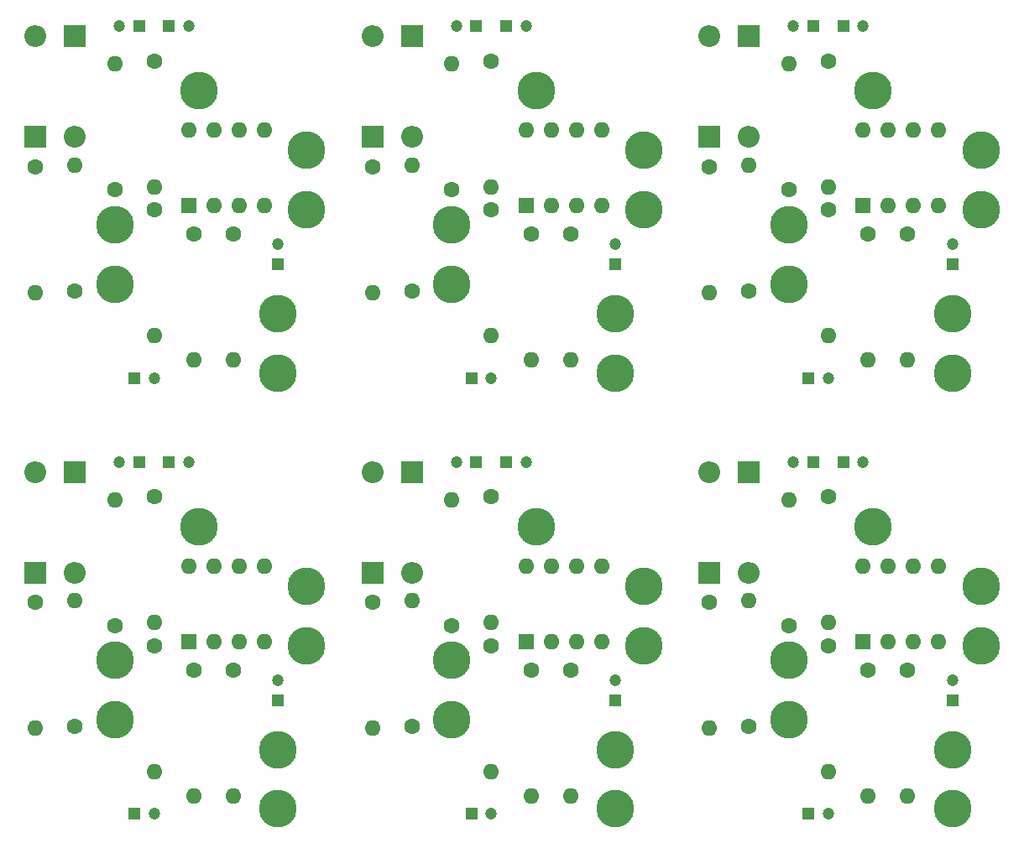
<source format=gbr>
%TF.GenerationSoftware,KiCad,Pcbnew,8.0.1*%
%TF.CreationDate,2024-05-08T16:13:39-04:00*%
%TF.ProjectId,whistle-synth,77686973-746c-4652-9d73-796e74682e6b,rev?*%
%TF.SameCoordinates,Original*%
%TF.FileFunction,Copper,L2,Bot*%
%TF.FilePolarity,Positive*%
%FSLAX46Y46*%
G04 Gerber Fmt 4.6, Leading zero omitted, Abs format (unit mm)*
G04 Created by KiCad (PCBNEW 8.0.1) date 2024-05-08 16:13:39*
%MOMM*%
%LPD*%
G01*
G04 APERTURE LIST*
%TA.AperFunction,ConnectorPad*%
%ADD10C,3.800000*%
%TD*%
%TA.AperFunction,ComponentPad*%
%ADD11C,2.600000*%
%TD*%
%TA.AperFunction,ComponentPad*%
%ADD12C,1.200000*%
%TD*%
%TA.AperFunction,ComponentPad*%
%ADD13R,1.200000X1.200000*%
%TD*%
%TA.AperFunction,ComponentPad*%
%ADD14O,1.600000X1.600000*%
%TD*%
%TA.AperFunction,ComponentPad*%
%ADD15C,1.600000*%
%TD*%
%TA.AperFunction,ComponentPad*%
%ADD16O,2.200000X2.200000*%
%TD*%
%TA.AperFunction,ComponentPad*%
%ADD17R,2.200000X2.200000*%
%TD*%
%TA.AperFunction,ComponentPad*%
%ADD18R,1.600000X1.600000*%
%TD*%
G04 APERTURE END LIST*
D10*
%TO.P,H4,1,1*%
%TO.N,Net-(H4-Pad1)*%
X228000000Y-68500000D03*
D11*
X228000000Y-68500000D03*
%TD*%
D12*
%TO.P,C2,2*%
%TO.N,Net-(C2-Pad2)*%
X244500000Y-70500000D03*
D13*
%TO.P,C2,1*%
%TO.N,Net-(C2-Pad1)*%
X244500000Y-72500000D03*
%TD*%
D10*
%TO.P,H2,1,1*%
%TO.N,Net-(C2-Pad1)*%
X244500000Y-77500000D03*
D11*
X244500000Y-77500000D03*
%TD*%
D14*
%TO.P,R3,2*%
%TO.N,Net-(U1A--)*%
X232000000Y-79700000D03*
D15*
%TO.P,R3,1*%
%TO.N,Net-(R3-Pad1)*%
X232000000Y-67000000D03*
%TD*%
D16*
%TO.P,D1,2,A*%
%TO.N,Net-(D1-A)*%
X224000000Y-59660000D03*
D17*
%TO.P,D1,1,K*%
%TO.N,Net-(D1-K)*%
X224000000Y-49500000D03*
%TD*%
D12*
%TO.P,C3,2*%
%TO.N,Net-(D1-A)*%
X235500000Y-48500000D03*
D13*
%TO.P,C3,1*%
%TO.N,Net-(D1-K)*%
X233500000Y-48500000D03*
%TD*%
D16*
%TO.P,D2,2,A*%
%TO.N,Net-(D1-K)*%
X220000000Y-49500000D03*
D17*
%TO.P,D2,1,K*%
%TO.N,Net-(D2-K)*%
X220000000Y-59660000D03*
%TD*%
D14*
%TO.P,R1,2*%
%TO.N,Net-(C1-Pad2)*%
X236000000Y-82200000D03*
D15*
%TO.P,R1,1*%
%TO.N,Net-(U1A--)*%
X236000000Y-69500000D03*
%TD*%
D10*
%TO.P,H1,1,1*%
%TO.N,Net-(C1-Pad1)*%
X244500000Y-83500000D03*
D11*
X244500000Y-83500000D03*
%TD*%
D12*
%TO.P,C4,2*%
%TO.N,Net-(C4-Pad2)*%
X228472600Y-48500000D03*
D13*
%TO.P,C4,1*%
%TO.N,Net-(D1-K)*%
X230472600Y-48500000D03*
%TD*%
D10*
%TO.P,H3,1,1*%
%TO.N,Net-(D1-A)*%
X247380000Y-67000000D03*
D11*
X247380000Y-67000000D03*
%TD*%
D10*
%TO.P,H5,1,1*%
%TO.N,Net-(D1-A)*%
X247380000Y-61000000D03*
D11*
X247380000Y-61000000D03*
%TD*%
D14*
%TO.P,R2,2*%
%TO.N,Net-(C2-Pad2)*%
X240000000Y-82200000D03*
D15*
%TO.P,R2,1*%
%TO.N,Net-(U1A-+)*%
X240000000Y-69500000D03*
%TD*%
D10*
%TO.P,H7,1,1*%
%TO.N,Net-(D2-K)*%
X228000000Y-74500000D03*
D11*
X228000000Y-74500000D03*
%TD*%
D14*
%TO.P,U1,8,V+*%
%TO.N,Net-(U1C-V+)*%
X235500000Y-59000000D03*
%TO.P,U1,7*%
%TO.N,unconnected-(U1-Pad7)*%
X238040000Y-59000000D03*
%TO.P,U1,6,-*%
%TO.N,unconnected-(U1B---Pad6)*%
X240580000Y-59000000D03*
%TO.P,U1,5,+*%
%TO.N,unconnected-(U1B-+-Pad5)*%
X243120000Y-59000000D03*
%TO.P,U1,4,V-*%
%TO.N,Net-(D1-A)*%
X243120000Y-66620000D03*
%TO.P,U1,3,+*%
%TO.N,Net-(U1A-+)*%
X240580000Y-66620000D03*
%TO.P,U1,2,-*%
%TO.N,Net-(U1A--)*%
X238040000Y-66620000D03*
D18*
%TO.P,U1,1*%
%TO.N,Net-(R3-Pad1)*%
X235500000Y-66620000D03*
%TD*%
D10*
%TO.P,H6,1,1*%
%TO.N,Net-(U1C-V+)*%
X236500000Y-55000000D03*
D11*
X236500000Y-55000000D03*
%TD*%
D14*
%TO.P,R5,2*%
%TO.N,Net-(D1-A)*%
X224000000Y-62500000D03*
D15*
%TO.P,R5,1*%
%TO.N,Net-(U1A-+)*%
X224000000Y-75200000D03*
%TD*%
D14*
%TO.P,R4,2*%
%TO.N,Net-(R3-Pad1)*%
X232000000Y-64700000D03*
D15*
%TO.P,R4,1*%
%TO.N,Net-(D1-K)*%
X232000000Y-52000000D03*
%TD*%
D14*
%TO.P,R7,2*%
%TO.N,Net-(C4-Pad2)*%
X228000000Y-52300000D03*
D15*
%TO.P,R7,1*%
%TO.N,Net-(H4-Pad1)*%
X228000000Y-65000000D03*
%TD*%
D12*
%TO.P,C1,2*%
%TO.N,Net-(C1-Pad2)*%
X232000000Y-84000000D03*
D13*
%TO.P,C1,1*%
%TO.N,Net-(C1-Pad1)*%
X230000000Y-84000000D03*
%TD*%
D14*
%TO.P,R6,2*%
%TO.N,Net-(U1A-+)*%
X220000000Y-75350000D03*
D15*
%TO.P,R6,1*%
%TO.N,Net-(D2-K)*%
X220000000Y-62650000D03*
%TD*%
D11*
%TO.P,H4,1,1*%
%TO.N,Net-(H4-Pad1)*%
X194000000Y-68500000D03*
D10*
X194000000Y-68500000D03*
%TD*%
D13*
%TO.P,C2,1*%
%TO.N,Net-(C2-Pad1)*%
X210500000Y-72500000D03*
D12*
%TO.P,C2,2*%
%TO.N,Net-(C2-Pad2)*%
X210500000Y-70500000D03*
%TD*%
D11*
%TO.P,H2,1,1*%
%TO.N,Net-(C2-Pad1)*%
X210500000Y-77500000D03*
D10*
X210500000Y-77500000D03*
%TD*%
D15*
%TO.P,R3,1*%
%TO.N,Net-(R3-Pad1)*%
X198000000Y-67000000D03*
D14*
%TO.P,R3,2*%
%TO.N,Net-(U1A--)*%
X198000000Y-79700000D03*
%TD*%
D17*
%TO.P,D1,1,K*%
%TO.N,Net-(D1-K)*%
X190000000Y-49500000D03*
D16*
%TO.P,D1,2,A*%
%TO.N,Net-(D1-A)*%
X190000000Y-59660000D03*
%TD*%
D13*
%TO.P,C3,1*%
%TO.N,Net-(D1-K)*%
X199500000Y-48500000D03*
D12*
%TO.P,C3,2*%
%TO.N,Net-(D1-A)*%
X201500000Y-48500000D03*
%TD*%
D17*
%TO.P,D2,1,K*%
%TO.N,Net-(D2-K)*%
X186000000Y-59660000D03*
D16*
%TO.P,D2,2,A*%
%TO.N,Net-(D1-K)*%
X186000000Y-49500000D03*
%TD*%
D15*
%TO.P,R1,1*%
%TO.N,Net-(U1A--)*%
X202000000Y-69500000D03*
D14*
%TO.P,R1,2*%
%TO.N,Net-(C1-Pad2)*%
X202000000Y-82200000D03*
%TD*%
D11*
%TO.P,H1,1,1*%
%TO.N,Net-(C1-Pad1)*%
X210500000Y-83500000D03*
D10*
X210500000Y-83500000D03*
%TD*%
D13*
%TO.P,C4,1*%
%TO.N,Net-(D1-K)*%
X196472600Y-48500000D03*
D12*
%TO.P,C4,2*%
%TO.N,Net-(C4-Pad2)*%
X194472600Y-48500000D03*
%TD*%
D11*
%TO.P,H3,1,1*%
%TO.N,Net-(D1-A)*%
X213380000Y-67000000D03*
D10*
X213380000Y-67000000D03*
%TD*%
D11*
%TO.P,H5,1,1*%
%TO.N,Net-(D1-A)*%
X213380000Y-61000000D03*
D10*
X213380000Y-61000000D03*
%TD*%
D15*
%TO.P,R2,1*%
%TO.N,Net-(U1A-+)*%
X206000000Y-69500000D03*
D14*
%TO.P,R2,2*%
%TO.N,Net-(C2-Pad2)*%
X206000000Y-82200000D03*
%TD*%
D11*
%TO.P,H7,1,1*%
%TO.N,Net-(D2-K)*%
X194000000Y-74500000D03*
D10*
X194000000Y-74500000D03*
%TD*%
D18*
%TO.P,U1,1*%
%TO.N,Net-(R3-Pad1)*%
X201500000Y-66620000D03*
D14*
%TO.P,U1,2,-*%
%TO.N,Net-(U1A--)*%
X204040000Y-66620000D03*
%TO.P,U1,3,+*%
%TO.N,Net-(U1A-+)*%
X206580000Y-66620000D03*
%TO.P,U1,4,V-*%
%TO.N,Net-(D1-A)*%
X209120000Y-66620000D03*
%TO.P,U1,5,+*%
%TO.N,unconnected-(U1B-+-Pad5)*%
X209120000Y-59000000D03*
%TO.P,U1,6,-*%
%TO.N,unconnected-(U1B---Pad6)*%
X206580000Y-59000000D03*
%TO.P,U1,7*%
%TO.N,unconnected-(U1-Pad7)*%
X204040000Y-59000000D03*
%TO.P,U1,8,V+*%
%TO.N,Net-(U1C-V+)*%
X201500000Y-59000000D03*
%TD*%
D11*
%TO.P,H6,1,1*%
%TO.N,Net-(U1C-V+)*%
X202500000Y-55000000D03*
D10*
X202500000Y-55000000D03*
%TD*%
D15*
%TO.P,R5,1*%
%TO.N,Net-(U1A-+)*%
X190000000Y-75200000D03*
D14*
%TO.P,R5,2*%
%TO.N,Net-(D1-A)*%
X190000000Y-62500000D03*
%TD*%
D15*
%TO.P,R4,1*%
%TO.N,Net-(D1-K)*%
X198000000Y-52000000D03*
D14*
%TO.P,R4,2*%
%TO.N,Net-(R3-Pad1)*%
X198000000Y-64700000D03*
%TD*%
D15*
%TO.P,R7,1*%
%TO.N,Net-(H4-Pad1)*%
X194000000Y-65000000D03*
D14*
%TO.P,R7,2*%
%TO.N,Net-(C4-Pad2)*%
X194000000Y-52300000D03*
%TD*%
D13*
%TO.P,C1,1*%
%TO.N,Net-(C1-Pad1)*%
X196000000Y-84000000D03*
D12*
%TO.P,C1,2*%
%TO.N,Net-(C1-Pad2)*%
X198000000Y-84000000D03*
%TD*%
D15*
%TO.P,R6,1*%
%TO.N,Net-(D2-K)*%
X186000000Y-62650000D03*
D14*
%TO.P,R6,2*%
%TO.N,Net-(U1A-+)*%
X186000000Y-75350000D03*
%TD*%
D11*
%TO.P,H4,1,1*%
%TO.N,Net-(H4-Pad1)*%
X160000000Y-68500000D03*
D10*
X160000000Y-68500000D03*
%TD*%
D13*
%TO.P,C2,1*%
%TO.N,Net-(C2-Pad1)*%
X176500000Y-72500000D03*
D12*
%TO.P,C2,2*%
%TO.N,Net-(C2-Pad2)*%
X176500000Y-70500000D03*
%TD*%
D11*
%TO.P,H2,1,1*%
%TO.N,Net-(C2-Pad1)*%
X176500000Y-77500000D03*
D10*
X176500000Y-77500000D03*
%TD*%
D15*
%TO.P,R3,1*%
%TO.N,Net-(R3-Pad1)*%
X164000000Y-67000000D03*
D14*
%TO.P,R3,2*%
%TO.N,Net-(U1A--)*%
X164000000Y-79700000D03*
%TD*%
D17*
%TO.P,D1,1,K*%
%TO.N,Net-(D1-K)*%
X156000000Y-49500000D03*
D16*
%TO.P,D1,2,A*%
%TO.N,Net-(D1-A)*%
X156000000Y-59660000D03*
%TD*%
D13*
%TO.P,C3,1*%
%TO.N,Net-(D1-K)*%
X165500000Y-48500000D03*
D12*
%TO.P,C3,2*%
%TO.N,Net-(D1-A)*%
X167500000Y-48500000D03*
%TD*%
D17*
%TO.P,D2,1,K*%
%TO.N,Net-(D2-K)*%
X152000000Y-59660000D03*
D16*
%TO.P,D2,2,A*%
%TO.N,Net-(D1-K)*%
X152000000Y-49500000D03*
%TD*%
D15*
%TO.P,R1,1*%
%TO.N,Net-(U1A--)*%
X168000000Y-69500000D03*
D14*
%TO.P,R1,2*%
%TO.N,Net-(C1-Pad2)*%
X168000000Y-82200000D03*
%TD*%
D11*
%TO.P,H1,1,1*%
%TO.N,Net-(C1-Pad1)*%
X176500000Y-83500000D03*
D10*
X176500000Y-83500000D03*
%TD*%
D13*
%TO.P,C4,1*%
%TO.N,Net-(D1-K)*%
X162472600Y-48500000D03*
D12*
%TO.P,C4,2*%
%TO.N,Net-(C4-Pad2)*%
X160472600Y-48500000D03*
%TD*%
D11*
%TO.P,H3,1,1*%
%TO.N,Net-(D1-A)*%
X179380000Y-67000000D03*
D10*
X179380000Y-67000000D03*
%TD*%
D11*
%TO.P,H5,1,1*%
%TO.N,Net-(D1-A)*%
X179380000Y-61000000D03*
D10*
X179380000Y-61000000D03*
%TD*%
D15*
%TO.P,R2,1*%
%TO.N,Net-(U1A-+)*%
X172000000Y-69500000D03*
D14*
%TO.P,R2,2*%
%TO.N,Net-(C2-Pad2)*%
X172000000Y-82200000D03*
%TD*%
D11*
%TO.P,H7,1,1*%
%TO.N,Net-(D2-K)*%
X160000000Y-74500000D03*
D10*
X160000000Y-74500000D03*
%TD*%
D18*
%TO.P,U1,1*%
%TO.N,Net-(R3-Pad1)*%
X167500000Y-66620000D03*
D14*
%TO.P,U1,2,-*%
%TO.N,Net-(U1A--)*%
X170040000Y-66620000D03*
%TO.P,U1,3,+*%
%TO.N,Net-(U1A-+)*%
X172580000Y-66620000D03*
%TO.P,U1,4,V-*%
%TO.N,Net-(D1-A)*%
X175120000Y-66620000D03*
%TO.P,U1,5,+*%
%TO.N,unconnected-(U1B-+-Pad5)*%
X175120000Y-59000000D03*
%TO.P,U1,6,-*%
%TO.N,unconnected-(U1B---Pad6)*%
X172580000Y-59000000D03*
%TO.P,U1,7*%
%TO.N,unconnected-(U1-Pad7)*%
X170040000Y-59000000D03*
%TO.P,U1,8,V+*%
%TO.N,Net-(U1C-V+)*%
X167500000Y-59000000D03*
%TD*%
D11*
%TO.P,H6,1,1*%
%TO.N,Net-(U1C-V+)*%
X168500000Y-55000000D03*
D10*
X168500000Y-55000000D03*
%TD*%
D15*
%TO.P,R5,1*%
%TO.N,Net-(U1A-+)*%
X156000000Y-75200000D03*
D14*
%TO.P,R5,2*%
%TO.N,Net-(D1-A)*%
X156000000Y-62500000D03*
%TD*%
D15*
%TO.P,R4,1*%
%TO.N,Net-(D1-K)*%
X164000000Y-52000000D03*
D14*
%TO.P,R4,2*%
%TO.N,Net-(R3-Pad1)*%
X164000000Y-64700000D03*
%TD*%
D15*
%TO.P,R7,1*%
%TO.N,Net-(H4-Pad1)*%
X160000000Y-65000000D03*
D14*
%TO.P,R7,2*%
%TO.N,Net-(C4-Pad2)*%
X160000000Y-52300000D03*
%TD*%
D13*
%TO.P,C1,1*%
%TO.N,Net-(C1-Pad1)*%
X162000000Y-84000000D03*
D12*
%TO.P,C1,2*%
%TO.N,Net-(C1-Pad2)*%
X164000000Y-84000000D03*
%TD*%
D15*
%TO.P,R6,1*%
%TO.N,Net-(D2-K)*%
X152000000Y-62650000D03*
D14*
%TO.P,R6,2*%
%TO.N,Net-(U1A-+)*%
X152000000Y-75350000D03*
%TD*%
D11*
%TO.P,H4,1,1*%
%TO.N,Net-(H4-Pad1)*%
X228000000Y-112500000D03*
D10*
X228000000Y-112500000D03*
%TD*%
D13*
%TO.P,C2,1*%
%TO.N,Net-(C2-Pad1)*%
X244500000Y-116500000D03*
D12*
%TO.P,C2,2*%
%TO.N,Net-(C2-Pad2)*%
X244500000Y-114500000D03*
%TD*%
D11*
%TO.P,H2,1,1*%
%TO.N,Net-(C2-Pad1)*%
X244500000Y-121500000D03*
D10*
X244500000Y-121500000D03*
%TD*%
D15*
%TO.P,R3,1*%
%TO.N,Net-(R3-Pad1)*%
X232000000Y-111000000D03*
D14*
%TO.P,R3,2*%
%TO.N,Net-(U1A--)*%
X232000000Y-123700000D03*
%TD*%
D17*
%TO.P,D1,1,K*%
%TO.N,Net-(D1-K)*%
X224000000Y-93500000D03*
D16*
%TO.P,D1,2,A*%
%TO.N,Net-(D1-A)*%
X224000000Y-103660000D03*
%TD*%
D13*
%TO.P,C3,1*%
%TO.N,Net-(D1-K)*%
X233500000Y-92500000D03*
D12*
%TO.P,C3,2*%
%TO.N,Net-(D1-A)*%
X235500000Y-92500000D03*
%TD*%
D17*
%TO.P,D2,1,K*%
%TO.N,Net-(D2-K)*%
X220000000Y-103660000D03*
D16*
%TO.P,D2,2,A*%
%TO.N,Net-(D1-K)*%
X220000000Y-93500000D03*
%TD*%
D15*
%TO.P,R1,1*%
%TO.N,Net-(U1A--)*%
X236000000Y-113500000D03*
D14*
%TO.P,R1,2*%
%TO.N,Net-(C1-Pad2)*%
X236000000Y-126200000D03*
%TD*%
D11*
%TO.P,H1,1,1*%
%TO.N,Net-(C1-Pad1)*%
X244500000Y-127500000D03*
D10*
X244500000Y-127500000D03*
%TD*%
D13*
%TO.P,C4,1*%
%TO.N,Net-(D1-K)*%
X230472600Y-92500000D03*
D12*
%TO.P,C4,2*%
%TO.N,Net-(C4-Pad2)*%
X228472600Y-92500000D03*
%TD*%
D11*
%TO.P,H3,1,1*%
%TO.N,Net-(D1-A)*%
X247380000Y-111000000D03*
D10*
X247380000Y-111000000D03*
%TD*%
D11*
%TO.P,H5,1,1*%
%TO.N,Net-(D1-A)*%
X247380000Y-105000000D03*
D10*
X247380000Y-105000000D03*
%TD*%
D15*
%TO.P,R2,1*%
%TO.N,Net-(U1A-+)*%
X240000000Y-113500000D03*
D14*
%TO.P,R2,2*%
%TO.N,Net-(C2-Pad2)*%
X240000000Y-126200000D03*
%TD*%
D11*
%TO.P,H7,1,1*%
%TO.N,Net-(D2-K)*%
X228000000Y-118500000D03*
D10*
X228000000Y-118500000D03*
%TD*%
D18*
%TO.P,U1,1*%
%TO.N,Net-(R3-Pad1)*%
X235500000Y-110620000D03*
D14*
%TO.P,U1,2,-*%
%TO.N,Net-(U1A--)*%
X238040000Y-110620000D03*
%TO.P,U1,3,+*%
%TO.N,Net-(U1A-+)*%
X240580000Y-110620000D03*
%TO.P,U1,4,V-*%
%TO.N,Net-(D1-A)*%
X243120000Y-110620000D03*
%TO.P,U1,5,+*%
%TO.N,unconnected-(U1B-+-Pad5)*%
X243120000Y-103000000D03*
%TO.P,U1,6,-*%
%TO.N,unconnected-(U1B---Pad6)*%
X240580000Y-103000000D03*
%TO.P,U1,7*%
%TO.N,unconnected-(U1-Pad7)*%
X238040000Y-103000000D03*
%TO.P,U1,8,V+*%
%TO.N,Net-(U1C-V+)*%
X235500000Y-103000000D03*
%TD*%
D11*
%TO.P,H6,1,1*%
%TO.N,Net-(U1C-V+)*%
X236500000Y-99000000D03*
D10*
X236500000Y-99000000D03*
%TD*%
D15*
%TO.P,R5,1*%
%TO.N,Net-(U1A-+)*%
X224000000Y-119200000D03*
D14*
%TO.P,R5,2*%
%TO.N,Net-(D1-A)*%
X224000000Y-106500000D03*
%TD*%
D15*
%TO.P,R4,1*%
%TO.N,Net-(D1-K)*%
X232000000Y-96000000D03*
D14*
%TO.P,R4,2*%
%TO.N,Net-(R3-Pad1)*%
X232000000Y-108700000D03*
%TD*%
D15*
%TO.P,R7,1*%
%TO.N,Net-(H4-Pad1)*%
X228000000Y-109000000D03*
D14*
%TO.P,R7,2*%
%TO.N,Net-(C4-Pad2)*%
X228000000Y-96300000D03*
%TD*%
D13*
%TO.P,C1,1*%
%TO.N,Net-(C1-Pad1)*%
X230000000Y-128000000D03*
D12*
%TO.P,C1,2*%
%TO.N,Net-(C1-Pad2)*%
X232000000Y-128000000D03*
%TD*%
D15*
%TO.P,R6,1*%
%TO.N,Net-(D2-K)*%
X220000000Y-106650000D03*
D14*
%TO.P,R6,2*%
%TO.N,Net-(U1A-+)*%
X220000000Y-119350000D03*
%TD*%
D11*
%TO.P,H4,1,1*%
%TO.N,Net-(H4-Pad1)*%
X194000000Y-112500000D03*
D10*
X194000000Y-112500000D03*
%TD*%
D13*
%TO.P,C2,1*%
%TO.N,Net-(C2-Pad1)*%
X210500000Y-116500000D03*
D12*
%TO.P,C2,2*%
%TO.N,Net-(C2-Pad2)*%
X210500000Y-114500000D03*
%TD*%
D11*
%TO.P,H2,1,1*%
%TO.N,Net-(C2-Pad1)*%
X210500000Y-121500000D03*
D10*
X210500000Y-121500000D03*
%TD*%
D15*
%TO.P,R3,1*%
%TO.N,Net-(R3-Pad1)*%
X198000000Y-111000000D03*
D14*
%TO.P,R3,2*%
%TO.N,Net-(U1A--)*%
X198000000Y-123700000D03*
%TD*%
D17*
%TO.P,D1,1,K*%
%TO.N,Net-(D1-K)*%
X190000000Y-93500000D03*
D16*
%TO.P,D1,2,A*%
%TO.N,Net-(D1-A)*%
X190000000Y-103660000D03*
%TD*%
D13*
%TO.P,C3,1*%
%TO.N,Net-(D1-K)*%
X199500000Y-92500000D03*
D12*
%TO.P,C3,2*%
%TO.N,Net-(D1-A)*%
X201500000Y-92500000D03*
%TD*%
D17*
%TO.P,D2,1,K*%
%TO.N,Net-(D2-K)*%
X186000000Y-103660000D03*
D16*
%TO.P,D2,2,A*%
%TO.N,Net-(D1-K)*%
X186000000Y-93500000D03*
%TD*%
D15*
%TO.P,R1,1*%
%TO.N,Net-(U1A--)*%
X202000000Y-113500000D03*
D14*
%TO.P,R1,2*%
%TO.N,Net-(C1-Pad2)*%
X202000000Y-126200000D03*
%TD*%
D11*
%TO.P,H1,1,1*%
%TO.N,Net-(C1-Pad1)*%
X210500000Y-127500000D03*
D10*
X210500000Y-127500000D03*
%TD*%
D13*
%TO.P,C4,1*%
%TO.N,Net-(D1-K)*%
X196472600Y-92500000D03*
D12*
%TO.P,C4,2*%
%TO.N,Net-(C4-Pad2)*%
X194472600Y-92500000D03*
%TD*%
D11*
%TO.P,H3,1,1*%
%TO.N,Net-(D1-A)*%
X213380000Y-111000000D03*
D10*
X213380000Y-111000000D03*
%TD*%
D11*
%TO.P,H5,1,1*%
%TO.N,Net-(D1-A)*%
X213380000Y-105000000D03*
D10*
X213380000Y-105000000D03*
%TD*%
D15*
%TO.P,R2,1*%
%TO.N,Net-(U1A-+)*%
X206000000Y-113500000D03*
D14*
%TO.P,R2,2*%
%TO.N,Net-(C2-Pad2)*%
X206000000Y-126200000D03*
%TD*%
D11*
%TO.P,H7,1,1*%
%TO.N,Net-(D2-K)*%
X194000000Y-118500000D03*
D10*
X194000000Y-118500000D03*
%TD*%
D18*
%TO.P,U1,1*%
%TO.N,Net-(R3-Pad1)*%
X201500000Y-110620000D03*
D14*
%TO.P,U1,2,-*%
%TO.N,Net-(U1A--)*%
X204040000Y-110620000D03*
%TO.P,U1,3,+*%
%TO.N,Net-(U1A-+)*%
X206580000Y-110620000D03*
%TO.P,U1,4,V-*%
%TO.N,Net-(D1-A)*%
X209120000Y-110620000D03*
%TO.P,U1,5,+*%
%TO.N,unconnected-(U1B-+-Pad5)*%
X209120000Y-103000000D03*
%TO.P,U1,6,-*%
%TO.N,unconnected-(U1B---Pad6)*%
X206580000Y-103000000D03*
%TO.P,U1,7*%
%TO.N,unconnected-(U1-Pad7)*%
X204040000Y-103000000D03*
%TO.P,U1,8,V+*%
%TO.N,Net-(U1C-V+)*%
X201500000Y-103000000D03*
%TD*%
D11*
%TO.P,H6,1,1*%
%TO.N,Net-(U1C-V+)*%
X202500000Y-99000000D03*
D10*
X202500000Y-99000000D03*
%TD*%
D15*
%TO.P,R5,1*%
%TO.N,Net-(U1A-+)*%
X190000000Y-119200000D03*
D14*
%TO.P,R5,2*%
%TO.N,Net-(D1-A)*%
X190000000Y-106500000D03*
%TD*%
D15*
%TO.P,R4,1*%
%TO.N,Net-(D1-K)*%
X198000000Y-96000000D03*
D14*
%TO.P,R4,2*%
%TO.N,Net-(R3-Pad1)*%
X198000000Y-108700000D03*
%TD*%
D15*
%TO.P,R7,1*%
%TO.N,Net-(H4-Pad1)*%
X194000000Y-109000000D03*
D14*
%TO.P,R7,2*%
%TO.N,Net-(C4-Pad2)*%
X194000000Y-96300000D03*
%TD*%
D13*
%TO.P,C1,1*%
%TO.N,Net-(C1-Pad1)*%
X196000000Y-128000000D03*
D12*
%TO.P,C1,2*%
%TO.N,Net-(C1-Pad2)*%
X198000000Y-128000000D03*
%TD*%
D15*
%TO.P,R6,1*%
%TO.N,Net-(D2-K)*%
X186000000Y-106650000D03*
D14*
%TO.P,R6,2*%
%TO.N,Net-(U1A-+)*%
X186000000Y-119350000D03*
%TD*%
D18*
%TO.P,U1,1*%
%TO.N,Net-(R3-Pad1)*%
X167500000Y-110620000D03*
D14*
%TO.P,U1,2,-*%
%TO.N,Net-(U1A--)*%
X170040000Y-110620000D03*
%TO.P,U1,3,+*%
%TO.N,Net-(U1A-+)*%
X172580000Y-110620000D03*
%TO.P,U1,4,V-*%
%TO.N,Net-(D1-A)*%
X175120000Y-110620000D03*
%TO.P,U1,5,+*%
%TO.N,unconnected-(U1B-+-Pad5)*%
X175120000Y-103000000D03*
%TO.P,U1,6,-*%
%TO.N,unconnected-(U1B---Pad6)*%
X172580000Y-103000000D03*
%TO.P,U1,7*%
%TO.N,unconnected-(U1-Pad7)*%
X170040000Y-103000000D03*
%TO.P,U1,8,V+*%
%TO.N,Net-(U1C-V+)*%
X167500000Y-103000000D03*
%TD*%
D15*
%TO.P,R7,1*%
%TO.N,Net-(H4-Pad1)*%
X160000000Y-109000000D03*
D14*
%TO.P,R7,2*%
%TO.N,Net-(C4-Pad2)*%
X160000000Y-96300000D03*
%TD*%
D15*
%TO.P,R6,1*%
%TO.N,Net-(D2-K)*%
X152000000Y-106650000D03*
D14*
%TO.P,R6,2*%
%TO.N,Net-(U1A-+)*%
X152000000Y-119350000D03*
%TD*%
%TO.P,R5,2*%
%TO.N,Net-(D1-A)*%
X156000000Y-106500000D03*
D15*
%TO.P,R5,1*%
%TO.N,Net-(U1A-+)*%
X156000000Y-119200000D03*
%TD*%
%TO.P,R4,1*%
%TO.N,Net-(D1-K)*%
X164000000Y-96000000D03*
D14*
%TO.P,R4,2*%
%TO.N,Net-(R3-Pad1)*%
X164000000Y-108700000D03*
%TD*%
D15*
%TO.P,R3,1*%
%TO.N,Net-(R3-Pad1)*%
X164000000Y-111000000D03*
D14*
%TO.P,R3,2*%
%TO.N,Net-(U1A--)*%
X164000000Y-123700000D03*
%TD*%
%TO.P,R2,2*%
%TO.N,Net-(C2-Pad2)*%
X172000000Y-126200000D03*
D15*
%TO.P,R2,1*%
%TO.N,Net-(U1A-+)*%
X172000000Y-113500000D03*
%TD*%
D14*
%TO.P,R1,2*%
%TO.N,Net-(C1-Pad2)*%
X168000000Y-126200000D03*
D15*
%TO.P,R1,1*%
%TO.N,Net-(U1A--)*%
X168000000Y-113500000D03*
%TD*%
D11*
%TO.P,H7,1,1*%
%TO.N,Net-(D2-K)*%
X160000000Y-118500000D03*
D10*
X160000000Y-118500000D03*
%TD*%
D11*
%TO.P,H6,1,1*%
%TO.N,Net-(U1C-V+)*%
X168500000Y-99000000D03*
D10*
X168500000Y-99000000D03*
%TD*%
D11*
%TO.P,H5,1,1*%
%TO.N,Net-(D1-A)*%
X179380000Y-105000000D03*
D10*
X179380000Y-105000000D03*
%TD*%
D11*
%TO.P,H4,1,1*%
%TO.N,Net-(H4-Pad1)*%
X160000000Y-112500000D03*
D10*
X160000000Y-112500000D03*
%TD*%
D11*
%TO.P,H3,1,1*%
%TO.N,Net-(D1-A)*%
X179380000Y-111000000D03*
D10*
X179380000Y-111000000D03*
%TD*%
D11*
%TO.P,H2,1,1*%
%TO.N,Net-(C2-Pad1)*%
X176500000Y-121500000D03*
D10*
X176500000Y-121500000D03*
%TD*%
D11*
%TO.P,H1,1,1*%
%TO.N,Net-(C1-Pad1)*%
X176500000Y-127500000D03*
D10*
X176500000Y-127500000D03*
%TD*%
D17*
%TO.P,D2,1,K*%
%TO.N,Net-(D2-K)*%
X152000000Y-103660000D03*
D16*
%TO.P,D2,2,A*%
%TO.N,Net-(D1-K)*%
X152000000Y-93500000D03*
%TD*%
D17*
%TO.P,D1,1,K*%
%TO.N,Net-(D1-K)*%
X156000000Y-93500000D03*
D16*
%TO.P,D1,2,A*%
%TO.N,Net-(D1-A)*%
X156000000Y-103660000D03*
%TD*%
D13*
%TO.P,C4,1*%
%TO.N,Net-(D1-K)*%
X162472600Y-92500000D03*
D12*
%TO.P,C4,2*%
%TO.N,Net-(C4-Pad2)*%
X160472600Y-92500000D03*
%TD*%
D13*
%TO.P,C3,1*%
%TO.N,Net-(D1-K)*%
X165500000Y-92500000D03*
D12*
%TO.P,C3,2*%
%TO.N,Net-(D1-A)*%
X167500000Y-92500000D03*
%TD*%
D13*
%TO.P,C2,1*%
%TO.N,Net-(C2-Pad1)*%
X176500000Y-116500000D03*
D12*
%TO.P,C2,2*%
%TO.N,Net-(C2-Pad2)*%
X176500000Y-114500000D03*
%TD*%
%TO.P,C1,2*%
%TO.N,Net-(C1-Pad2)*%
X164000000Y-128000000D03*
D13*
%TO.P,C1,1*%
%TO.N,Net-(C1-Pad1)*%
X162000000Y-128000000D03*
%TD*%
M02*

</source>
